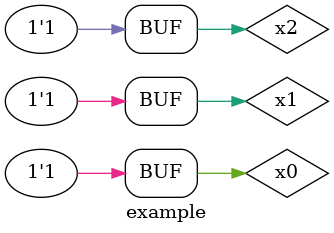
<source format=v>
`timescale 1ns / 1ps   //this line should be already included in the default code

module example;  
reg x0, x1, x2;  
wire f;  

lab1_sim uut(.x0(x0), .x1(x1), .x2(x2), .f(f));  // uut stands for "Unit Under Test", which is declared as an 'object' of module "decoder"
initial begin 

x0=0; x1=0; x2=0;
#1 x0=0; x1=0; x2=1; 
#1 x0=0; x1=1; x2=0; 
#1 x0=0; x1=1; x2=1; 
#1 x0=1; x1=0; x2=0; 
#1 x0=1; x1=0; x2=1; 
#1 x0=1; x1=1; x2=0; 
#1 x0=1; x1=1; x2=1; 
end
endmodule
</source>
